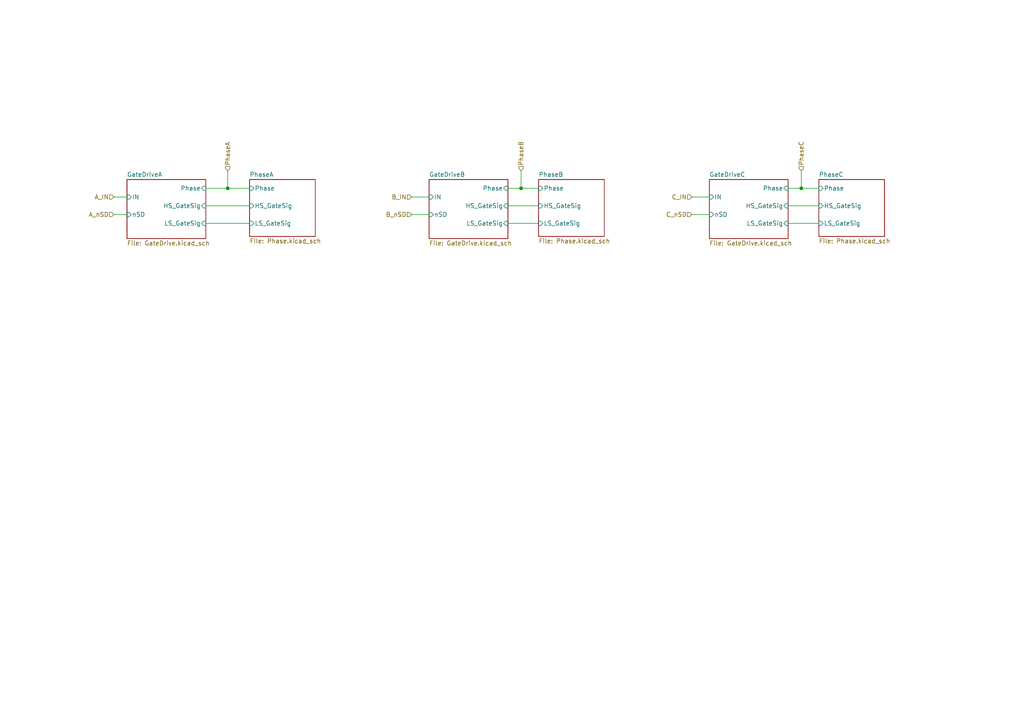
<source format=kicad_sch>
(kicad_sch
	(version 20250114)
	(generator "eeschema")
	(generator_version "9.0")
	(uuid "778de531-6448-4f1b-bb93-39924196aa4a")
	(paper "A4")
	(lib_symbols)
	(junction
		(at 232.41 54.61)
		(diameter 0)
		(color 0 0 0 0)
		(uuid "37debe9c-c076-4de7-b6a5-f6ca56d6c41c")
	)
	(junction
		(at 151.13 54.61)
		(diameter 0)
		(color 0 0 0 0)
		(uuid "5e2aadc0-f2bf-4af2-8487-665fa3a3113d")
	)
	(junction
		(at 66.04 54.61)
		(diameter 0)
		(color 0 0 0 0)
		(uuid "5e2f5155-cad3-4d82-b424-14bf89945efd")
	)
	(wire
		(pts
			(xy 66.04 49.53) (xy 66.04 54.61)
		)
		(stroke
			(width 0)
			(type default)
		)
		(uuid "2ba4afd2-e960-487b-9319-19f6b8ac945c")
	)
	(wire
		(pts
			(xy 119.38 57.15) (xy 124.46 57.15)
		)
		(stroke
			(width 0)
			(type default)
		)
		(uuid "314ae130-0f03-49de-8d76-698dab107411")
	)
	(wire
		(pts
			(xy 59.69 54.61) (xy 66.04 54.61)
		)
		(stroke
			(width 0)
			(type default)
		)
		(uuid "42a86df1-1f31-4ffc-a048-ff8f0858733e")
	)
	(wire
		(pts
			(xy 200.66 57.15) (xy 205.74 57.15)
		)
		(stroke
			(width 0)
			(type default)
		)
		(uuid "471f897d-8c91-46e2-912e-ad7801187aba")
	)
	(wire
		(pts
			(xy 119.38 62.23) (xy 124.46 62.23)
		)
		(stroke
			(width 0)
			(type default)
		)
		(uuid "51204700-9045-46ce-806e-05593c4bfba2")
	)
	(wire
		(pts
			(xy 59.69 59.69) (xy 72.39 59.69)
		)
		(stroke
			(width 0)
			(type default)
		)
		(uuid "528db6ec-b0bf-4206-8b96-c2e70e893735")
	)
	(wire
		(pts
			(xy 228.6 59.69) (xy 237.49 59.69)
		)
		(stroke
			(width 0)
			(type default)
		)
		(uuid "7ad5c2bb-4c3f-47e3-b91e-bea3ad06202a")
	)
	(wire
		(pts
			(xy 59.69 64.77) (xy 72.39 64.77)
		)
		(stroke
			(width 0)
			(type default)
		)
		(uuid "864a9e8c-ad77-40d7-a13c-2d1cca8107bb")
	)
	(wire
		(pts
			(xy 151.13 49.53) (xy 151.13 54.61)
		)
		(stroke
			(width 0)
			(type default)
		)
		(uuid "931fa67b-8712-4d32-9fb1-dcc90d28453f")
	)
	(wire
		(pts
			(xy 66.04 54.61) (xy 72.39 54.61)
		)
		(stroke
			(width 0)
			(type default)
		)
		(uuid "96e3a31b-cde3-4e95-b5d4-c7c315acc77d")
	)
	(wire
		(pts
			(xy 147.32 64.77) (xy 156.21 64.77)
		)
		(stroke
			(width 0)
			(type default)
		)
		(uuid "97a7d732-baaa-4cee-97a4-aee51fbb6b31")
	)
	(wire
		(pts
			(xy 147.32 54.61) (xy 151.13 54.61)
		)
		(stroke
			(width 0)
			(type default)
		)
		(uuid "998c52a2-e0be-4839-a754-1a5e5eb63f6b")
	)
	(wire
		(pts
			(xy 151.13 54.61) (xy 156.21 54.61)
		)
		(stroke
			(width 0)
			(type default)
		)
		(uuid "afce45a4-b823-403a-9840-377fd263ed00")
	)
	(wire
		(pts
			(xy 232.41 54.61) (xy 237.49 54.61)
		)
		(stroke
			(width 0)
			(type default)
		)
		(uuid "b02b73fd-d73b-4e15-8628-2d92a6ef6e24")
	)
	(wire
		(pts
			(xy 33.02 62.23) (xy 36.83 62.23)
		)
		(stroke
			(width 0)
			(type default)
		)
		(uuid "bb3703e4-fec9-4654-873f-ed68cada578d")
	)
	(wire
		(pts
			(xy 200.66 62.23) (xy 205.74 62.23)
		)
		(stroke
			(width 0)
			(type default)
		)
		(uuid "c6c8bae7-63bd-44a1-9e15-b251b2827e90")
	)
	(wire
		(pts
			(xy 228.6 64.77) (xy 237.49 64.77)
		)
		(stroke
			(width 0)
			(type default)
		)
		(uuid "d4331a3e-15d4-43af-9020-14d3651c2adf")
	)
	(wire
		(pts
			(xy 232.41 49.53) (xy 232.41 54.61)
		)
		(stroke
			(width 0)
			(type default)
		)
		(uuid "d4372737-30c0-4881-9ea1-33a12c7239d4")
	)
	(wire
		(pts
			(xy 147.32 59.69) (xy 156.21 59.69)
		)
		(stroke
			(width 0)
			(type default)
		)
		(uuid "e2ff5129-0d17-4217-8eea-b3ba3d642581")
	)
	(wire
		(pts
			(xy 228.6 54.61) (xy 232.41 54.61)
		)
		(stroke
			(width 0)
			(type default)
		)
		(uuid "f6f5f831-045d-4c1c-9622-8eaac07395cc")
	)
	(wire
		(pts
			(xy 33.02 57.15) (xy 36.83 57.15)
		)
		(stroke
			(width 0)
			(type default)
		)
		(uuid "fdc1c687-486c-4bb3-b842-70bd587b63bd")
	)
	(hierarchical_label "C_IN"
		(shape input)
		(at 200.66 57.15 180)
		(effects
			(font
				(size 1.27 1.27)
			)
			(justify right)
		)
		(uuid "3a2b6324-6f72-4086-b4b1-ff9925b344d3")
	)
	(hierarchical_label "A_nSD"
		(shape input)
		(at 33.02 62.23 180)
		(effects
			(font
				(size 1.27 1.27)
			)
			(justify right)
		)
		(uuid "3ad3a75d-ed7b-458a-b24b-140f49167e3f")
	)
	(hierarchical_label "PhaseA"
		(shape input)
		(at 66.04 49.53 90)
		(effects
			(font
				(size 1.27 1.27)
			)
			(justify left)
		)
		(uuid "3c2a9168-ab8e-484c-8a1a-5579489ea685")
	)
	(hierarchical_label "PhaseB"
		(shape input)
		(at 151.13 49.53 90)
		(effects
			(font
				(size 1.27 1.27)
			)
			(justify left)
		)
		(uuid "6ffc82e1-d6e6-4230-9895-e821899519b6")
	)
	(hierarchical_label "B_IN"
		(shape input)
		(at 119.38 57.15 180)
		(effects
			(font
				(size 1.27 1.27)
			)
			(justify right)
		)
		(uuid "738fd213-9632-4c94-94cf-1dcb94add596")
	)
	(hierarchical_label "A_IN"
		(shape input)
		(at 33.02 57.15 180)
		(effects
			(font
				(size 1.27 1.27)
			)
			(justify right)
		)
		(uuid "a20b2d78-4c96-4b8c-b43a-b6468a96e812")
	)
	(hierarchical_label "PhaseC"
		(shape input)
		(at 232.41 49.53 90)
		(effects
			(font
				(size 1.27 1.27)
			)
			(justify left)
		)
		(uuid "b42121cd-fe1d-4081-81ea-c0ebe7309cbc")
	)
	(hierarchical_label "B_nSD"
		(shape input)
		(at 119.38 62.23 180)
		(effects
			(font
				(size 1.27 1.27)
			)
			(justify right)
		)
		(uuid "b6a6ac0d-8e0c-48de-abb0-9c3c01cee435")
	)
	(hierarchical_label "C_nSD"
		(shape input)
		(at 200.66 62.23 180)
		(effects
			(font
				(size 1.27 1.27)
			)
			(justify right)
		)
		(uuid "cecdff85-971f-405e-a570-cf8b9e44fbb8")
	)
	(sheet
		(at 72.39 52.07)
		(size 19.05 16.51)
		(exclude_from_sim no)
		(in_bom yes)
		(on_board yes)
		(dnp no)
		(fields_autoplaced yes)
		(stroke
			(width 0.1524)
			(type solid)
		)
		(fill
			(color 0 0 0 0.0000)
		)
		(uuid "2cfcbe10-c5ad-434f-8db4-ef5b7c2e73e8")
		(property "Sheetname" "PhaseA"
			(at 72.39 51.3584 0)
			(effects
				(font
					(size 1.27 1.27)
				)
				(justify left bottom)
			)
		)
		(property "Sheetfile" "Phase.kicad_sch"
			(at 72.39 69.1646 0)
			(effects
				(font
					(size 1.27 1.27)
				)
				(justify left top)
			)
		)
		(pin "HS_GateSig" input
			(at 72.39 59.69 180)
			(uuid "c4f5c0c3-08b2-4fbb-9477-cea5629f8f64")
			(effects
				(font
					(size 1.27 1.27)
				)
				(justify left)
			)
		)
		(pin "LS_GateSig" input
			(at 72.39 64.77 180)
			(uuid "fcf013dc-ef54-45bf-8baa-90468c96a92e")
			(effects
				(font
					(size 1.27 1.27)
				)
				(justify left)
			)
		)
		(pin "Phase" input
			(at 72.39 54.61 180)
			(uuid "c0cd3e13-c376-4253-9e42-5de81d266a52")
			(effects
				(font
					(size 1.27 1.27)
				)
				(justify left)
			)
		)
		(instances
			(project "PowerModule"
				(path "/377d7bd9-5797-449c-aa80-62b80d7b56d8/e5230eb6-e74a-46f2-ba21-c5622e117e52"
					(page "7")
				)
			)
		)
	)
	(sheet
		(at 237.49 52.07)
		(size 19.05 16.51)
		(exclude_from_sim no)
		(in_bom yes)
		(on_board yes)
		(dnp no)
		(fields_autoplaced yes)
		(stroke
			(width 0.1524)
			(type solid)
		)
		(fill
			(color 0 0 0 0.0000)
		)
		(uuid "539c7ca7-a228-4113-9951-5dc219fb7edf")
		(property "Sheetname" "PhaseC"
			(at 237.49 51.3584 0)
			(effects
				(font
					(size 1.27 1.27)
				)
				(justify left bottom)
			)
		)
		(property "Sheetfile" "Phase.kicad_sch"
			(at 237.49 69.1646 0)
			(effects
				(font
					(size 1.27 1.27)
				)
				(justify left top)
			)
		)
		(pin "HS_GateSig" input
			(at 237.49 59.69 180)
			(uuid "54f1ddcf-8412-444a-ba91-a6be39a5665f")
			(effects
				(font
					(size 1.27 1.27)
				)
				(justify left)
			)
		)
		(pin "LS_GateSig" input
			(at 237.49 64.77 180)
			(uuid "901cc7d1-2185-4a59-bd43-bfca642f1f45")
			(effects
				(font
					(size 1.27 1.27)
				)
				(justify left)
			)
		)
		(pin "Phase" input
			(at 237.49 54.61 180)
			(uuid "98b0fc82-13d0-4f79-a3bd-a8772e82e6fc")
			(effects
				(font
					(size 1.27 1.27)
				)
				(justify left)
			)
		)
		(instances
			(project "PowerModule"
				(path "/377d7bd9-5797-449c-aa80-62b80d7b56d8/e5230eb6-e74a-46f2-ba21-c5622e117e52"
					(page "9")
				)
			)
		)
	)
	(sheet
		(at 205.74 52.07)
		(size 22.86 17.145)
		(exclude_from_sim no)
		(in_bom yes)
		(on_board yes)
		(dnp no)
		(fields_autoplaced yes)
		(stroke
			(width 0.1524)
			(type solid)
		)
		(fill
			(color 0 0 0 0.0000)
		)
		(uuid "74e62ea0-11d8-492f-a3d9-2943fe35e990")
		(property "Sheetname" "GateDriveC"
			(at 205.74 51.3584 0)
			(effects
				(font
					(size 1.27 1.27)
				)
				(justify left bottom)
			)
		)
		(property "Sheetfile" "GateDrive.kicad_sch"
			(at 205.74 69.7996 0)
			(effects
				(font
					(size 1.27 1.27)
				)
				(justify left top)
			)
		)
		(pin "HS_GateSig" input
			(at 228.6 59.69 0)
			(uuid "77f4bf41-c13f-459f-99bd-1142e5ec98d9")
			(effects
				(font
					(size 1.27 1.27)
				)
				(justify right)
			)
		)
		(pin "IN" input
			(at 205.74 57.15 180)
			(uuid "8b0ab19e-19e6-4490-8ff4-b75da0ff5496")
			(effects
				(font
					(size 1.27 1.27)
				)
				(justify left)
			)
		)
		(pin "LS_GateSig" input
			(at 228.6 64.77 0)
			(uuid "75d8125f-f6a8-4115-ab94-e1115f8668ae")
			(effects
				(font
					(size 1.27 1.27)
				)
				(justify right)
			)
		)
		(pin "Phase" input
			(at 228.6 54.61 0)
			(uuid "b28a347c-ceab-4884-aeca-a3ffc60f8e30")
			(effects
				(font
					(size 1.27 1.27)
				)
				(justify right)
			)
		)
		(pin "nSD" input
			(at 205.74 62.23 180)
			(uuid "5c75bfc4-2b74-4ebb-afd1-851e22d9433d")
			(effects
				(font
					(size 1.27 1.27)
				)
				(justify left)
			)
		)
		(instances
			(project "PowerModule"
				(path "/377d7bd9-5797-449c-aa80-62b80d7b56d8/e5230eb6-e74a-46f2-ba21-c5622e117e52"
					(page "6")
				)
			)
		)
	)
	(sheet
		(at 124.46 52.07)
		(size 22.86 17.145)
		(exclude_from_sim no)
		(in_bom yes)
		(on_board yes)
		(dnp no)
		(fields_autoplaced yes)
		(stroke
			(width 0.1524)
			(type solid)
		)
		(fill
			(color 0 0 0 0.0000)
		)
		(uuid "aa6e7e6f-64d9-4018-b4c9-98e338a87948")
		(property "Sheetname" "GateDriveB"
			(at 124.46 51.3584 0)
			(effects
				(font
					(size 1.27 1.27)
				)
				(justify left bottom)
			)
		)
		(property "Sheetfile" "GateDrive.kicad_sch"
			(at 124.46 69.7996 0)
			(effects
				(font
					(size 1.27 1.27)
				)
				(justify left top)
			)
		)
		(pin "HS_GateSig" input
			(at 147.32 59.69 0)
			(uuid "218e2037-c4f6-463b-b325-a78bca9a6c0f")
			(effects
				(font
					(size 1.27 1.27)
				)
				(justify right)
			)
		)
		(pin "IN" input
			(at 124.46 57.15 180)
			(uuid "85eaa5b9-f367-4c95-bf77-3119919182c1")
			(effects
				(font
					(size 1.27 1.27)
				)
				(justify left)
			)
		)
		(pin "LS_GateSig" input
			(at 147.32 64.77 0)
			(uuid "874da68f-13b7-4b23-8bf7-f78c24d182c2")
			(effects
				(font
					(size 1.27 1.27)
				)
				(justify right)
			)
		)
		(pin "Phase" input
			(at 147.32 54.61 0)
			(uuid "3a267e80-2db7-4471-8388-cec750c44a6d")
			(effects
				(font
					(size 1.27 1.27)
				)
				(justify right)
			)
		)
		(pin "nSD" input
			(at 124.46 62.23 180)
			(uuid "85857eff-6e3a-4c6a-b097-6422746ba8fe")
			(effects
				(font
					(size 1.27 1.27)
				)
				(justify left)
			)
		)
		(instances
			(project "PowerModule"
				(path "/377d7bd9-5797-449c-aa80-62b80d7b56d8/e5230eb6-e74a-46f2-ba21-c5622e117e52"
					(page "5")
				)
			)
		)
	)
	(sheet
		(at 36.83 52.07)
		(size 22.86 17.145)
		(exclude_from_sim no)
		(in_bom yes)
		(on_board yes)
		(dnp no)
		(fields_autoplaced yes)
		(stroke
			(width 0.1524)
			(type solid)
		)
		(fill
			(color 0 0 0 0.0000)
		)
		(uuid "cc3dda4c-067d-47bd-ae56-52c8b5c57390")
		(property "Sheetname" "GateDriveA"
			(at 36.83 51.3584 0)
			(effects
				(font
					(size 1.27 1.27)
				)
				(justify left bottom)
			)
		)
		(property "Sheetfile" "GateDrive.kicad_sch"
			(at 36.83 69.7996 0)
			(effects
				(font
					(size 1.27 1.27)
				)
				(justify left top)
			)
		)
		(pin "HS_GateSig" input
			(at 59.69 59.69 0)
			(uuid "fe7dcb6f-d150-4cb6-bc06-4aed0a103d40")
			(effects
				(font
					(size 1.27 1.27)
				)
				(justify right)
			)
		)
		(pin "IN" input
			(at 36.83 57.15 180)
			(uuid "8c85f402-bb75-4058-9356-16e068ae6407")
			(effects
				(font
					(size 1.27 1.27)
				)
				(justify left)
			)
		)
		(pin "LS_GateSig" input
			(at 59.69 64.77 0)
			(uuid "6673bf25-35a3-4f5f-a5d1-2f46d1a8a4f0")
			(effects
				(font
					(size 1.27 1.27)
				)
				(justify right)
			)
		)
		(pin "Phase" input
			(at 59.69 54.61 0)
			(uuid "bc3849f9-3c11-49a6-a661-e01ea7417984")
			(effects
				(font
					(size 1.27 1.27)
				)
				(justify right)
			)
		)
		(pin "nSD" input
			(at 36.83 62.23 180)
			(uuid "d059c413-b564-4e29-82a1-95fd637aef5a")
			(effects
				(font
					(size 1.27 1.27)
				)
				(justify left)
			)
		)
		(instances
			(project "PowerModule"
				(path "/377d7bd9-5797-449c-aa80-62b80d7b56d8/e5230eb6-e74a-46f2-ba21-c5622e117e52"
					(page "4")
				)
			)
		)
	)
	(sheet
		(at 156.21 52.07)
		(size 19.05 16.51)
		(exclude_from_sim no)
		(in_bom yes)
		(on_board yes)
		(dnp no)
		(fields_autoplaced yes)
		(stroke
			(width 0.1524)
			(type solid)
		)
		(fill
			(color 0 0 0 0.0000)
		)
		(uuid "f62cdad7-6b79-46c2-9598-3c4991cd1122")
		(property "Sheetname" "PhaseB"
			(at 156.21 51.3584 0)
			(effects
				(font
					(size 1.27 1.27)
				)
				(justify left bottom)
			)
		)
		(property "Sheetfile" "Phase.kicad_sch"
			(at 156.21 69.1646 0)
			(effects
				(font
					(size 1.27 1.27)
				)
				(justify left top)
			)
		)
		(pin "HS_GateSig" input
			(at 156.21 59.69 180)
			(uuid "9113d348-26c3-4be5-82b0-10c2232eefc5")
			(effects
				(font
					(size 1.27 1.27)
				)
				(justify left)
			)
		)
		(pin "LS_GateSig" input
			(at 156.21 64.77 180)
			(uuid "e93523f1-074e-4a6f-a791-4fa9c5417e1c")
			(effects
				(font
					(size 1.27 1.27)
				)
				(justify left)
			)
		)
		(pin "Phase" input
			(at 156.21 54.61 180)
			(uuid "7bf80a5a-9de0-476b-b55e-62478c3dd03f")
			(effects
				(font
					(size 1.27 1.27)
				)
				(justify left)
			)
		)
		(instances
			(project "PowerModule"
				(path "/377d7bd9-5797-449c-aa80-62b80d7b56d8/e5230eb6-e74a-46f2-ba21-c5622e117e52"
					(page "8")
				)
			)
		)
	)
)

</source>
